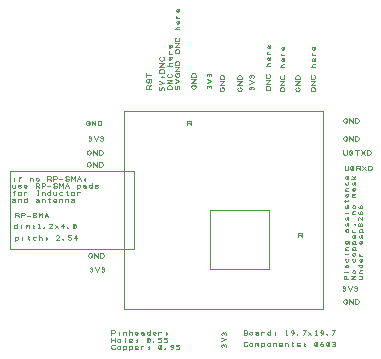
<source format=gbr>
%FSLAX23Y23*%
%MOMM*%
G04 EasyPC Gerber Version 16.0.6 Build 3249 *
%ADD116C,0.05000*%
%ADD10C,0.10000*%
X0Y0D02*
D02*
D10*
X50Y8595D02*
Y15195D01*
X10580*
Y8595*
X50*
X9700Y3475D02*
Y20275D01*
X26545*
Y3475*
X9700*
X17000Y6875D02*
X22000D01*
Y11875*
X17000*
Y6875*
D02*
D116*
X375Y14369D02*
Y14619D01*
Y14713D02*
X875Y14369*
Y14681D01*
X906Y14713*
X938*
X969Y14681*
X813Y14588D02*
X938D01*
X1750Y14369D02*
Y14619D01*
Y14525D02*
X1781Y14588D01*
X1844Y14619*
X1906*
X1969Y14588*
X2000Y14525*
Y14369*
X2250Y14463D02*
X2281Y14400D01*
X2344Y14369*
X2406*
X2469Y14400*
X2500Y14463*
Y14525*
X2469Y14588*
X2406Y14619*
X2344*
X2281Y14588*
X2250Y14525*
Y14463*
X3250Y14369D02*
Y14744D01*
X3469*
X3531Y14713*
X3563Y14650*
X3531Y14588*
X3469Y14556*
X3250*
X3469D02*
X3563Y14369D01*
X3750D02*
Y14744D01*
X3969*
X4031Y14713*
X4063Y14650*
X4031Y14588*
X3969Y14556*
X3750*
X4250Y14494D02*
X4500D01*
X4750Y14463D02*
X4781Y14400D01*
X4844Y14369*
X4969*
X5031Y14400*
X5063Y14463*
X5031Y14525*
X4969Y14556*
X4844*
X4781Y14588*
X4750Y14650*
X4781Y14713*
X4844Y14744*
X4969*
X5031Y14713*
X5063Y14650*
X5250Y14369D02*
Y14744D01*
X5406Y14556*
X5563Y14744*
Y14369*
X5750D02*
X5906Y14744D01*
X6063Y14369*
X5813Y14525D02*
X6000D01*
X6406Y14369D02*
X6438Y14400D01*
X6406Y14431*
X6375Y14400*
X6406Y14369*
Y14525D02*
X6438Y14556D01*
X6406Y14588*
X6375Y14556*
X6406Y14525*
X250Y14019D02*
Y13863D01*
X281Y13800*
X344Y13769*
X406*
X469Y13800*
X500Y13863*
Y14019D02*
Y13769D01*
X750Y13800D02*
X813Y13769D01*
X938*
X1000Y13800*
Y13863*
X938Y13894*
X813*
X750Y13925*
Y13988*
X813Y14019*
X938*
X1000Y13988*
X1500Y13800D02*
X1469Y13769D01*
X1406*
X1344*
X1281Y13800*
X1250Y13863*
Y13956*
X1281Y13988*
X1344Y14019*
X1406*
X1469Y13988*
X1500Y13956*
Y13925*
X1469Y13894*
X1406Y13863*
X1344*
X1281Y13894*
X1250Y13925*
X2250Y13769D02*
Y14144D01*
X2469*
X2531Y14113*
X2563Y14050*
X2531Y13988*
X2469Y13956*
X2250*
X2469D02*
X2563Y13769D01*
X2750D02*
Y14144D01*
X2969*
X3031Y14113*
X3063Y14050*
X3031Y13988*
X2969Y13956*
X2750*
X3250Y13894D02*
X3500D01*
X3750Y13863D02*
X3781Y13800D01*
X3844Y13769*
X3969*
X4031Y13800*
X4063Y13863*
X4031Y13925*
X3969Y13956*
X3844*
X3781Y13988*
X3750Y14050*
X3781Y14113*
X3844Y14144*
X3969*
X4031Y14113*
X4063Y14050*
X4250Y13769D02*
Y14144D01*
X4406Y13956*
X4563Y14144*
Y13769*
X4750D02*
X4906Y14144D01*
X5063Y13769*
X4813Y13925D02*
X5000D01*
X5750Y14019D02*
Y13675D01*
Y13863D02*
X5781Y13800D01*
X5844Y13769*
X5906*
X5969Y13800*
X6000Y13863*
Y13925*
X5969Y13988*
X5906Y14019*
X5844*
X5781Y13988*
X5750Y13925*
Y13863*
X6250Y13988D02*
X6313Y14019D01*
X6406*
X6469Y13988*
X6500Y13925*
Y13831*
X6469Y13800*
X6406Y13769*
X6344*
X6281Y13800*
X6250Y13831*
Y13863*
X6281Y13894*
X6344Y13925*
X6406*
X6469Y13894*
X6500Y13863*
Y13831D02*
Y13769D01*
X7000Y13925D02*
X6969Y13988D01*
X6906Y14019*
X6844*
X6781Y13988*
X6750Y13925*
Y13863*
X6781Y13800*
X6844Y13769*
X6906*
X6969Y13800*
X7000Y13863*
Y13769D02*
Y14144D01*
X7250Y13800D02*
X7313Y13769D01*
X7438*
X7500Y13800*
Y13863*
X7438Y13894*
X7313*
X7250Y13925*
Y13988*
X7313Y14019*
X7438*
X7500Y13988*
X375Y13169D02*
Y13481D01*
X406Y13513*
X438*
X469Y13481*
X313Y13388D02*
X438D01*
X750Y13263D02*
X781Y13200D01*
X844Y13169*
X906*
X969Y13200*
X1000Y13263*
Y13325*
X969Y13388*
X906Y13419*
X844*
X781Y13388*
X750Y13325*
Y13263*
X1250Y13169D02*
Y13419D01*
Y13325D02*
X1281Y13388D01*
X1344Y13419*
X1406*
X1469Y13388*
X2344Y13169D02*
X2469D01*
X2406D02*
Y13544D01*
X2344D02*
X2469D01*
X2750Y13169D02*
Y13419D01*
Y13325D02*
X2781Y13388D01*
X2844Y13419*
X2906*
X2969Y13388*
X3000Y13325*
Y13169*
X3500Y13325D02*
X3469Y13388D01*
X3406Y13419*
X3344*
X3281Y13388*
X3250Y13325*
Y13263*
X3281Y13200*
X3344Y13169*
X3406*
X3469Y13200*
X3500Y13263*
Y13169D02*
Y13544D01*
X3750Y13419D02*
Y13263D01*
X3781Y13200*
X3844Y13169*
X3906*
X3969Y13200*
X4000Y13263*
Y13419D02*
Y13169D01*
X4500Y13388D02*
X4438Y13419D01*
X4344*
X4281Y13388*
X4250Y13325*
Y13263*
X4281Y13200*
X4344Y13169*
X4438*
X4500Y13200*
X4813Y13419D02*
X4938D01*
X4875Y13481D02*
Y13200D01*
X4906Y13169*
X4938*
X4969Y13200*
X5250Y13263D02*
X5281Y13200D01*
X5344Y13169*
X5406*
X5469Y13200*
X5500Y13263*
Y13325*
X5469Y13388*
X5406Y13419*
X5344*
X5281Y13388*
X5250Y13325*
Y13263*
X5750Y13169D02*
Y13419D01*
Y13325D02*
X5781Y13388D01*
X5844Y13419*
X5906*
X5969Y13388*
X250Y12788D02*
X313Y12819D01*
X406*
X469Y12788*
X500Y12725*
Y12631*
X469Y12600*
X406Y12569*
X344*
X281Y12600*
X250Y12631*
Y12663*
X281Y12694*
X344Y12725*
X406*
X469Y12694*
X500Y12663*
Y12631D02*
Y12569D01*
X750D02*
Y12819D01*
Y12725D02*
X781Y12788D01*
X844Y12819*
X906*
X969Y12788*
X1000Y12725*
Y12569*
X1500Y12725D02*
X1469Y12788D01*
X1406Y12819*
X1344*
X1281Y12788*
X1250Y12725*
Y12663*
X1281Y12600*
X1344Y12569*
X1406*
X1469Y12600*
X1500Y12663*
Y12569D02*
Y12944D01*
X2250Y12788D02*
X2313Y12819D01*
X2406*
X2469Y12788*
X2500Y12725*
Y12631*
X2469Y12600*
X2406Y12569*
X2344*
X2281Y12600*
X2250Y12631*
Y12663*
X2281Y12694*
X2344Y12725*
X2406*
X2469Y12694*
X2500Y12663*
Y12631D02*
Y12569D01*
X2750D02*
Y12819D01*
Y12725D02*
X2781Y12788D01*
X2844Y12819*
X2906*
X2969Y12788*
X3000Y12725*
Y12569*
X3313Y12819D02*
X3438D01*
X3375Y12881D02*
Y12600D01*
X3406Y12569*
X3438*
X3469Y12600*
X4000D02*
X3969Y12569D01*
X3906*
X3844*
X3781Y12600*
X3750Y12663*
Y12756*
X3781Y12788*
X3844Y12819*
X3906*
X3969Y12788*
X4000Y12756*
Y12725*
X3969Y12694*
X3906Y12663*
X3844*
X3781Y12694*
X3750Y12725*
X4250Y12569D02*
Y12819D01*
Y12725D02*
X4281Y12788D01*
X4344Y12819*
X4406*
X4469Y12788*
X4500Y12725*
Y12569*
X4750D02*
Y12819D01*
Y12725D02*
X4781Y12788D01*
X4844Y12819*
X4906*
X4969Y12788*
X5000Y12725*
Y12569*
X5250Y12788D02*
X5313Y12819D01*
X5406*
X5469Y12788*
X5500Y12725*
Y12631*
X5469Y12600*
X5406Y12569*
X5344*
X5281Y12600*
X5250Y12631*
Y12663*
X5281Y12694*
X5344Y12725*
X5406*
X5469Y12694*
X5500Y12663*
Y12631D02*
Y12569D01*
X650Y10525D02*
X619Y10588D01*
X556Y10619*
X494*
X431Y10588*
X400Y10525*
Y10463*
X431Y10400*
X494Y10369*
X556*
X619Y10400*
X650Y10463*
Y10369D02*
Y10744D01*
X1025Y10369D02*
Y10619D01*
Y10713D02*
X1400Y10369*
Y10619D01*
Y10588D02*
X1431Y10619D01*
X1494*
X1525Y10588*
Y10494*
Y10588D02*
X1556Y10619D01*
X1619*
X1650Y10588*
Y10369*
X2056D02*
X2088Y10400D01*
X2056Y10431*
X2025Y10400*
X2056Y10369*
Y10525D02*
X2088Y10556D01*
X2056Y10588*
X2025Y10556*
X2056Y10525*
X2463Y10369D02*
X2588D01*
X2525D02*
Y10744D01*
X2463Y10681*
X2931Y10369D02*
X2963Y10400D01*
X2931Y10431*
X2900Y10400*
X2931Y10369*
X3650D02*
X3400D01*
X3619Y10588*
X3650Y10650*
X3619Y10713*
X3556Y10744*
X3463*
X3400Y10713*
X3900Y10369D02*
X4150Y10619D01*
Y10369D02*
X3900Y10619D01*
X4556Y10369D02*
Y10744D01*
X4400Y10494*
X4650*
X4931Y10369D02*
X4963Y10400D01*
X4931Y10431*
X4900Y10400*
X4931Y10369*
X5431Y10400D02*
X5494Y10369D01*
X5556*
X5619Y10400*
X5650Y10463*
Y10650*
X5619Y10713*
X5556Y10744*
X5494*
X5431Y10713*
X5400Y10650*
Y10463*
X5431Y10400*
X5619Y10713*
X500Y9619D02*
Y9275D01*
Y9463D02*
X531Y9400D01*
X594Y9369*
X656*
X719Y9400*
X750Y9463*
Y9525*
X719Y9588*
X656Y9619*
X594*
X531Y9588*
X500Y9525*
Y9463*
X1125Y9369D02*
Y9619D01*
Y9713D02*
X1563Y9619*
X1688D01*
X1625Y9681D02*
Y9400D01*
X1656Y9369*
X1688*
X1719Y9400*
X2250Y9588D02*
X2188Y9619D01*
X2094*
X2031Y9588*
X2000Y9525*
Y9463*
X2031Y9400*
X2094Y9369*
X2188*
X2250Y9400*
X2500Y9369D02*
Y9744D01*
Y9525D02*
X2531Y9588D01*
X2594Y9619*
X2656*
X2719Y9588*
X2750Y9525*
Y9369*
X3156D02*
X3188Y9400D01*
X3156Y9431*
X3125Y9400*
X3156Y9369*
Y9525D02*
X3188Y9556D01*
X3156Y9588*
X3125Y9556*
X3156Y9525*
X4250Y9369D02*
X4000D01*
X4219Y9588*
X4250Y9650*
X4219Y9713*
X4156Y9744*
X4063*
X4000Y9713*
X4531Y9369D02*
X4563Y9400D01*
X4531Y9431*
X4500Y9400*
X4531Y9369*
X5000Y9400D02*
X5063Y9369D01*
X5156*
X5219Y9400*
X5250Y9463*
Y9494*
X5219Y9556*
X5156Y9588*
X5000*
Y9744*
X5250*
X5656Y9369D02*
Y9744D01*
X5500Y9494*
X5750*
X500Y11269D02*
Y11644D01*
X719*
X781Y11613*
X813Y11550*
X781Y11488*
X719Y11456*
X500*
X719D02*
X813Y11269D01*
X1000D02*
Y11644D01*
X1219*
X1281Y11613*
X1313Y11550*
X1281Y11488*
X1219Y11456*
X1000*
X1500Y11394D02*
X1750D01*
X2000Y11363D02*
X2031Y11300D01*
X2094Y11269*
X2219*
X2281Y11300*
X2313Y11363*
X2281Y11425*
X2219Y11456*
X2094*
X2031Y11488*
X2000Y11550*
X2031Y11613*
X2094Y11644*
X2219*
X2281Y11613*
X2313Y11550*
X2500Y11269D02*
Y11644D01*
X2656Y11456*
X2813Y11644*
Y11269*
X3000D02*
X3156Y11644D01*
X3313Y11269*
X3063Y11425D02*
X3250D01*
X6719Y19225D02*
X6813D01*
Y19194*
X6781Y19131*
X6750Y19100*
X6688Y19069*
X6625*
X6563Y19100*
X6531Y19131*
X6500Y19194*
Y19319*
X6531Y19381*
X6563Y19413*
X6625Y19444*
X6688*
X6750Y19413*
X6781Y19381*
X6813Y19319*
X7000Y19069D02*
Y19444D01*
X7313Y19069*
Y19444*
X7500Y19069D02*
Y19444D01*
X7688*
X7750Y19413*
X7781Y19381*
X7813Y19319*
Y19194*
X7781Y19131*
X7750Y19100*
X7688Y19069*
X7500*
X6819Y15725D02*
X6913D01*
Y15694*
X6881Y15631*
X6850Y15600*
X6788Y15569*
X6725*
X6663Y15600*
X6631Y15631*
X6600Y15694*
Y15819*
X6631Y15881*
X6663Y15913*
X6725Y15944*
X6788*
X6850Y15913*
X6881Y15881*
X6913Y15819*
X7100Y15569D02*
Y15944D01*
X7413Y15569*
Y15944*
X7600Y15569D02*
Y15944D01*
X7788*
X7850Y15913*
X7881Y15881*
X7913Y15819*
Y15694*
X7881Y15631*
X7850Y15600*
X7788Y15569*
X7600*
X6819Y16725D02*
X6913D01*
Y16694*
X6881Y16631*
X6850Y16600*
X6788Y16569*
X6725*
X6663Y16600*
X6631Y16631*
X6600Y16694*
Y16819*
X6631Y16881*
X6663Y16913*
X6725Y16944*
X6788*
X6850Y16913*
X6881Y16881*
X6913Y16819*
X7100Y16569D02*
Y16944D01*
X7413Y16569*
Y16944*
X7600Y16569D02*
Y16944D01*
X7788*
X7850Y16913*
X7881Y16881*
X7913Y16819*
Y16694*
X7881Y16631*
X7850Y16600*
X7788Y16569*
X7600*
X6919Y8025D02*
X7013D01*
Y7994*
X6981Y7931*
X6950Y7900*
X6888Y7869*
X6825*
X6763Y7900*
X6731Y7931*
X6700Y7994*
Y8119*
X6731Y8181*
X6763Y8213*
X6825Y8244*
X6888*
X6950Y8213*
X6981Y8181*
X7013Y8119*
X7200Y7869D02*
Y8244D01*
X7513Y7869*
Y8244*
X7700Y7869D02*
Y8244D01*
X7888*
X7950Y8213*
X7981Y8181*
X8013Y8119*
Y7994*
X7981Y7931*
X7950Y7900*
X7888Y7869*
X7700*
X6731Y17800D02*
X6794Y17769D01*
X6856*
X6919Y17800*
X6950Y17863*
X6919Y17925*
X6856Y17956*
X6794*
X6856D02*
X6919Y17988D01*
X6950Y18050*
X6919Y18113*
X6856Y18144*
X6794*
X6731Y18113*
X7200Y18144D02*
X7356Y17769D01*
X7513Y18144*
X7731Y17800D02*
X7794Y17769D01*
X7856*
X7919Y17800*
X7950Y17863*
X7919Y17925*
X7856Y17956*
X7794*
X7856D02*
X7919Y17988D01*
X7950Y18050*
X7919Y18113*
X7856Y18144*
X7794*
X7731Y18113*
X6831Y6700D02*
X6894Y6669D01*
X6956*
X7019Y6700*
X7050Y6763*
X7019Y6825*
X6956Y6856*
X6894*
X6956D02*
X7019Y6888D01*
X7050Y6950*
X7019Y7013*
X6956Y7044*
X6894*
X6831Y7013*
X7300Y7044D02*
X7456Y6669D01*
X7613Y7044*
X7831Y6700D02*
X7894Y6669D01*
X7956*
X8019Y6700*
X8050Y6763*
X8019Y6825*
X7956Y6856*
X7894*
X7956D02*
X8019Y6888D01*
X8050Y6950*
X8019Y7013*
X7956Y7044*
X7894*
X7831Y7013*
X8650Y1319D02*
Y1694D01*
X8869*
X8931Y1663*
X8963Y1600*
X8931Y1538*
X8869Y1506*
X8650*
X9275Y1319D02*
Y1569D01*
Y1663D02*
X9650Y1319*
Y1569D01*
Y1475D02*
X9681Y1538D01*
X9744Y1569*
X9806*
X9869Y1538*
X9900Y1475*
Y1319*
X10150D02*
Y1694D01*
Y1475D02*
X10181Y1538D01*
X10244Y1569*
X10306*
X10369Y1538*
X10400Y1475*
Y1319*
X10900Y1350D02*
X10869Y1319D01*
X10806*
X10744*
X10681Y1350*
X10650Y1413*
Y1506*
X10681Y1538*
X10744Y1569*
X10806*
X10869Y1538*
X10900Y1506*
Y1475*
X10869Y1444*
X10806Y1413*
X10744*
X10681Y1444*
X10650Y1475*
X11150Y1538D02*
X11213Y1569D01*
X11306*
X11369Y1538*
X11400Y1475*
Y1381*
X11369Y1350*
X11306Y1319*
X11244*
X11181Y1350*
X11150Y1381*
Y1413*
X11181Y1444*
X11244Y1475*
X11306*
X11369Y1444*
X11400Y1413*
Y1381D02*
Y1319D01*
X11900Y1475D02*
X11869Y1538D01*
X11806Y1569*
X11744*
X11681Y1538*
X11650Y1475*
Y1413*
X11681Y1350*
X11744Y1319*
X11806*
X11869Y1350*
X11900Y1413*
Y1319D02*
Y1694D01*
X12400Y1350D02*
X12369Y1319D01*
X12306*
X12244*
X12181Y1350*
X12150Y1413*
Y1506*
X12181Y1538*
X12244Y1569*
X12306*
X12369Y1538*
X12400Y1506*
Y1475*
X12369Y1444*
X12306Y1413*
X12244*
X12181Y1444*
X12150Y1475*
X12650Y1319D02*
Y1569D01*
Y1475D02*
X12681Y1538D01*
X12744Y1569*
X12806*
X12869Y1538*
X13306Y1319D02*
X13338Y1350D01*
X13306Y1381*
X13275Y1350*
X13306Y1319*
Y1475D02*
X13338Y1506D01*
X13306Y1538*
X13275Y1506*
X13306Y1475*
X8650Y719D02*
Y1094D01*
Y906D02*
X8963D01*
Y719D02*
Y1094D01*
X9150Y813D02*
X9181Y750D01*
X9244Y719*
X9306*
X9369Y750*
X9400Y813*
Y875*
X9369Y938*
X9306Y969*
X9244*
X9181Y938*
X9150Y875*
Y813*
X9806Y719D02*
X9775D01*
Y1094*
X10400Y750D02*
X10369Y719D01*
X10306*
X10244*
X10181Y750*
X10150Y813*
Y906*
X10181Y938*
X10244Y969*
X10306*
X10369Y938*
X10400Y906*
Y875*
X10369Y844*
X10306Y813*
X10244*
X10181Y844*
X10150Y875*
X10806Y719D02*
X10838Y750D01*
X10806Y781*
X10775Y750*
X10806Y719*
Y875D02*
X10838Y906D01*
X10806Y938*
X10775Y906*
X10806Y875*
X11681Y750D02*
X11744Y719D01*
X11806*
X11869Y750*
X11900Y813*
Y1000*
X11869Y1063*
X11806Y1094*
X11744*
X11681Y1063*
X11650Y1000*
Y813*
X11681Y750*
X11869Y1063*
X12181Y719D02*
X12213Y750D01*
X12181Y781*
X12150Y750*
X12181Y719*
X12650Y750D02*
X12713Y719D01*
X12806*
X12869Y750*
X12900Y813*
Y844*
X12869Y906*
X12806Y938*
X12650*
Y1094*
X12900*
X13150Y750D02*
X13213Y719D01*
X13306*
X13369Y750*
X13400Y813*
Y844*
X13369Y906*
X13306Y938*
X13150*
Y1094*
X13400*
X8963Y181D02*
X8931Y150D01*
X8869Y119*
X8775*
X8713Y150*
X8681Y181*
X8650Y244*
Y369*
X8681Y431*
X8713Y463*
X8775Y494*
X8869*
X8931Y463*
X8963Y431*
X9150Y213D02*
X9181Y150D01*
X9244Y119*
X9306*
X9369Y150*
X9400Y213*
Y275*
X9369Y338*
X9306Y369*
X9244*
X9181Y338*
X9150Y275*
Y213*
X9650Y369D02*
Y25D01*
Y213D02*
X9681Y150D01*
X9744Y119*
X9806*
X9869Y150*
X9900Y213*
Y275*
X9869Y338*
X9806Y369*
X9744*
X9681Y338*
X9650Y275*
Y213*
X10150Y369D02*
Y25D01*
Y213D02*
X10181Y150D01*
X10244Y119*
X10306*
X10369Y150*
X10400Y213*
Y275*
X10369Y338*
X10306Y369*
X10244*
X10181Y338*
X10150Y275*
Y213*
X10900Y150D02*
X10869Y119D01*
X10806*
X10744*
X10681Y150*
X10650Y213*
Y306*
X10681Y338*
X10744Y369*
X10806*
X10869Y338*
X10900Y306*
Y275*
X10869Y244*
X10806Y213*
X10744*
X10681Y244*
X10650Y275*
X11150Y119D02*
Y369D01*
Y275D02*
X11181Y338D01*
X11244Y369*
X11306*
X11369Y338*
X11806Y119D02*
X11838Y150D01*
X11806Y181*
X11775Y150*
X11806Y119*
Y275D02*
X11838Y306D01*
X11806Y338*
X11775Y306*
X11806Y275*
X12681Y150D02*
X12744Y119D01*
X12806*
X12869Y150*
X12900Y213*
Y400*
X12869Y463*
X12806Y494*
X12744*
X12681Y463*
X12650Y400*
Y213*
X12681Y150*
X12869Y463*
X13181Y119D02*
X13213Y150D01*
X13181Y181*
X13150Y150*
X13181Y119*
X13744D02*
X13806Y150D01*
X13869Y213*
X13900Y306*
Y400*
X13869Y463*
X13806Y494*
X13744*
X13681Y463*
X13650Y400*
X13681Y338*
X13744Y306*
X13806*
X13869Y338*
X13900Y400*
X14150Y150D02*
X14213Y119D01*
X14306*
X14369Y150*
X14400Y213*
Y244*
X14369Y306*
X14306Y338*
X14150*
Y494*
X14400*
X12006Y22175D02*
X11631D01*
Y22394*
X11663Y22456*
X11725Y22488*
X11788Y22456*
X11819Y22394*
Y22175*
Y22394D02*
X12006Y22488D01*
X11913Y22675D02*
X11975Y22706D01*
X12006Y22769*
Y22894*
X11975Y22956*
X11913Y22988*
X11850Y22956*
X11819Y22894*
Y22769*
X11788Y22706*
X11725Y22675*
X11663Y22706*
X11631Y22769*
Y22894*
X11663Y22956*
X11725Y22988*
X12006Y23331D02*
X11631D01*
Y23175D02*
Y23488D01*
X13075Y22025D02*
X13106Y22088D01*
Y22181*
X13075Y22244*
X13013Y22275*
X12981*
X12919Y22244*
X12888Y22181*
Y22025*
X12731*
Y22275*
Y22525D02*
X13106Y22681D01*
X12731Y22838*
X13106Y23150D02*
X13075Y23181D01*
X13044*
X12950D02*
X12919Y23213D01*
X12888Y23181*
X12919Y23150*
X12950Y23181*
X13106Y23525D02*
X12731D01*
Y23713*
X12763Y23775*
X12794Y23806*
X12856Y23838*
X12981*
X13044Y23806*
X13075Y23775*
X13106Y23713*
Y23525*
Y24025D02*
X12731D01*
X13106Y24338*
X12731*
X13044Y24838D02*
X13075Y24806D01*
X13106Y24744*
Y24650*
X13075Y24588*
X13044Y24556*
X12981Y24525*
X12856*
X12794Y24556*
X12763Y24588*
X12731Y24650*
Y24744*
X12763Y24806*
X12794Y24838*
X13756Y22125D02*
X13381D01*
Y22313*
X13413Y22375*
X13444Y22406*
X13506Y22438*
X13631*
X13694Y22406*
X13725Y22375*
X13756Y22313*
Y22125*
Y22625D02*
X13381D01*
X13756Y22938*
X13381*
X13694Y23438D02*
X13725Y23406D01*
X13756Y23344*
Y23250*
X13725Y23188*
X13694Y23156*
X13631Y23125*
X13506*
X13444Y23156*
X13413Y23188*
X13381Y23250*
Y23344*
X13413Y23406*
X13444Y23438*
X13756Y24125D02*
X13381D01*
X13600D02*
X13538Y24156D01*
X13506Y24219*
Y24281*
X13538Y24344*
X13600Y24375*
X13756*
X13725Y24875D02*
X13756Y24844D01*
Y24781*
Y24719*
X13725Y24656*
X13663Y24625*
X13569*
X13538Y24656*
X13506Y24719*
Y24781*
X13538Y24844*
X13569Y24875*
X13600*
X13631Y24844*
X13663Y24781*
Y24719*
X13631Y24656*
X13600Y24625*
X13756Y25125D02*
X13506D01*
X13600D02*
X13538Y25156D01*
X13506Y25219*
Y25281*
X13538Y25344*
X13725Y25875D02*
X13756Y25844D01*
Y25781*
Y25719*
X13725Y25656*
X13663Y25625*
X13569*
X13538Y25656*
X13506Y25719*
Y25781*
X13538Y25844*
X13569Y25875*
X13600*
X13631Y25844*
X13663Y25781*
Y25719*
X13631Y25656*
X13600Y25625*
X14375Y22175D02*
X14406Y22238D01*
Y22331*
X14375Y22394*
X14313Y22425*
X14281*
X14219Y22394*
X14188Y22331*
Y22175*
X14031*
Y22425*
Y22675D02*
X14406Y22831D01*
X14031Y22988*
X14250Y23394D02*
Y23488D01*
X14281*
X14344Y23456*
X14375Y23425*
X14406Y23363*
Y23300*
X14375Y23238*
X14344Y23206*
X14281Y23175*
X14156*
X14094Y23206*
X14063Y23238*
X14031Y23300*
Y23363*
X14063Y23425*
X14094Y23456*
X14156Y23488*
X14406Y23675D02*
X14031D01*
X14406Y23988*
X14031*
X14406Y24175D02*
X14031D01*
Y24363*
X14063Y24425*
X14094Y24456*
X14156Y24488*
X14281*
X14344Y24456*
X14375Y24425*
X14406Y24363*
Y24175*
Y25175D02*
X14031D01*
Y25363*
X14063Y25425*
X14094Y25456*
X14156Y25488*
X14281*
X14344Y25456*
X14375Y25425*
X14406Y25363*
Y25175*
Y25675D02*
X14031D01*
X14406Y25988*
X14031*
X14344Y26488D02*
X14375Y26456D01*
X14406Y26394*
Y26300*
X14375Y26238*
X14344Y26206*
X14281Y26175*
X14156*
X14094Y26206*
X14063Y26238*
X14031Y26300*
Y26394*
X14063Y26456*
X14094Y26488*
X14406Y27175D02*
X14031D01*
X14250D02*
X14188Y27206D01*
X14156Y27269*
Y27331*
X14188Y27394*
X14250Y27425*
X14406*
X14375Y27925D02*
X14406Y27894D01*
Y27831*
Y27769*
X14375Y27706*
X14313Y27675*
X14219*
X14188Y27706*
X14156Y27769*
Y27831*
X14188Y27894*
X14219Y27925*
X14250*
X14281Y27894*
X14313Y27831*
Y27769*
X14281Y27706*
X14250Y27675*
X14406Y28175D02*
X14156D01*
X14250D02*
X14188Y28206D01*
X14156Y28269*
Y28331*
X14188Y28394*
X14375Y28925D02*
X14406Y28894D01*
Y28831*
Y28769*
X14375Y28706*
X14313Y28675*
X14219*
X14188Y28706*
X14156Y28769*
Y28831*
X14188Y28894*
X14219Y28925*
X14250*
X14281Y28894*
X14313Y28831*
Y28769*
X14281Y28706*
X14250Y28675*
X15100Y19069D02*
Y19444D01*
X15319*
X15381Y19413*
X15413Y19350*
X15381Y19288*
X15319Y19256*
X15100*
X15319D02*
X15413Y19069D01*
X15650Y22394D02*
Y22488D01*
X15681*
X15744Y22456*
X15775Y22425*
X15806Y22363*
Y22300*
X15775Y22238*
X15744Y22206*
X15681Y22175*
X15556*
X15494Y22206*
X15463Y22238*
X15431Y22300*
Y22363*
X15463Y22425*
X15494Y22456*
X15556Y22488*
X15806Y22675D02*
X15431D01*
X15806Y22988*
X15431*
X15806Y23175D02*
X15431D01*
Y23363*
X15463Y23425*
X15494Y23456*
X15556Y23488*
X15681*
X15744Y23456*
X15775Y23425*
X15806Y23363*
Y23175*
X17075Y22206D02*
X17106Y22269D01*
Y22331*
X17075Y22394*
X17013Y22425*
X16950Y22394*
X16919Y22331*
Y22269*
Y22331D02*
X16888Y22394D01*
X16825Y22425*
X16763Y22394*
X16731Y22331*
Y22269*
X16763Y22206*
X16731Y22675D02*
X17106Y22831D01*
X16731Y22988*
X17075Y23206D02*
X17106Y23269D01*
Y23331*
X17075Y23394*
X17013Y23425*
X16950Y23394*
X16919Y23331*
Y23269*
Y23331D02*
X16888Y23394D01*
X16825Y23425*
X16763Y23394*
X16731Y23331*
Y23269*
X16763Y23206*
X18050Y22194D02*
Y22288D01*
X18081*
X18144Y22256*
X18175Y22225*
X18206Y22163*
Y22100*
X18175Y22038*
X18144Y22006*
X18081Y21975*
X17956*
X17894Y22006*
X17863Y22038*
X17831Y22100*
Y22163*
X17863Y22225*
X17894Y22256*
X17956Y22288*
X18206Y22475D02*
X17831D01*
X18206Y22788*
X17831*
X18206Y22975D02*
X17831D01*
Y23163*
X17863Y23225*
X17894Y23256*
X17956Y23288*
X18081*
X18144Y23256*
X18175Y23225*
X18206Y23163*
Y22975*
X18325Y306D02*
X18356Y369D01*
Y431*
X18325Y494*
X18263Y525*
X18200Y494*
X18169Y431*
Y369*
Y431D02*
X18138Y494D01*
X18075Y525*
X18013Y494*
X17981Y431*
Y369*
X18013Y306*
X17981Y775D02*
X18356Y931D01*
X17981Y1088*
X18325Y1306D02*
X18356Y1369D01*
Y1431*
X18325Y1494*
X18263Y1525*
X18200Y1494*
X18169Y1431*
Y1369*
Y1431D02*
X18138Y1494D01*
X18075Y1525*
X18013Y1494*
X17981Y1431*
Y1369*
X18013Y1306*
X19550Y22194D02*
Y22288D01*
X19581*
X19644Y22256*
X19675Y22225*
X19706Y22163*
Y22100*
X19675Y22038*
X19644Y22006*
X19581Y21975*
X19456*
X19394Y22006*
X19363Y22038*
X19331Y22100*
Y22163*
X19363Y22225*
X19394Y22256*
X19456Y22288*
X19706Y22475D02*
X19331D01*
X19706Y22788*
X19331*
X19706Y22975D02*
X19331D01*
Y23163*
X19363Y23225*
X19394Y23256*
X19456Y23288*
X19581*
X19644Y23256*
X19675Y23225*
X19706Y23163*
Y22975*
X20163Y431D02*
X20131Y400D01*
X20069Y369*
X19975*
X19913Y400*
X19881Y431*
X19850Y494*
Y619*
X19881Y681*
X19913Y713*
X19975Y744*
X20069*
X20131Y713*
X20163Y681*
X20350Y463D02*
X20381Y400D01*
X20444Y369*
X20506*
X20569Y400*
X20600Y463*
Y525*
X20569Y588*
X20506Y619*
X20444*
X20381Y588*
X20350Y525*
Y463*
X20850Y369D02*
Y619D01*
Y588D02*
X20881Y619D01*
X20944*
X20975Y588*
Y494*
Y588D02*
X21006Y619D01*
X21069*
X21100Y588*
Y369*
X21350Y619D02*
Y275D01*
Y463D02*
X21381Y400D01*
X21444Y369*
X21506*
X21569Y400*
X21600Y463*
Y525*
X21569Y588*
X21506Y619*
X21444*
X21381Y588*
X21350Y525*
Y463*
X21850D02*
X21881Y400D01*
X21944Y369*
X22006*
X22069Y400*
X22100Y463*
Y525*
X22069Y588*
X22006Y619*
X21944*
X21881Y588*
X21850Y525*
Y463*
X22350Y369D02*
Y619D01*
Y525D02*
X22381Y588D01*
X22444Y619*
X22506*
X22569Y588*
X22600Y525*
Y369*
X23100Y400D02*
X23069Y369D01*
X23006*
X22944*
X22881Y400*
X22850Y463*
Y556*
X22881Y588*
X22944Y619*
X23006*
X23069Y588*
X23100Y556*
Y525*
X23069Y494*
X23006Y463*
X22944*
X22881Y494*
X22850Y525*
X23350Y369D02*
Y619D01*
Y525D02*
X23381Y588D01*
X23444Y619*
X23506*
X23569Y588*
X23600Y525*
Y369*
X23913Y619D02*
X24038D01*
X23975Y681D02*
Y400D01*
X24006Y369*
X24038*
X24069Y400*
X24350D02*
X24413Y369D01*
X24538*
X24600Y400*
Y463*
X24538Y494*
X24413*
X24350Y525*
Y588*
X24413Y619*
X24538*
X24600Y588*
X25006Y369D02*
X25038Y400D01*
X25006Y431*
X24975Y400*
X25006Y369*
Y525D02*
X25038Y556D01*
X25006Y588*
X24975Y556*
X25006Y525*
X25881Y400D02*
X25944Y369D01*
X26006*
X26069Y400*
X26100Y463*
Y650*
X26069Y713*
X26006Y744*
X25944*
X25881Y713*
X25850Y650*
Y463*
X25881Y400*
X26069Y713*
X26350Y463D02*
X26381Y525D01*
X26444Y556*
X26506*
X26569Y525*
X26600Y463*
X26569Y400*
X26506Y369*
X26444*
X26381Y400*
X26350Y463*
Y556*
X26381Y650*
X26444Y713*
X26506Y744*
X26881Y400D02*
X26944Y369D01*
X27006*
X27069Y400*
X27100Y463*
Y650*
X27069Y713*
X27006Y744*
X26944*
X26881Y713*
X26850Y650*
Y463*
X26881Y400*
X27069Y713*
X27381Y400D02*
X27444Y369D01*
X27506*
X27569Y400*
X27600Y463*
X27569Y525*
X27506Y556*
X27444*
X27506D02*
X27569Y588D01*
X27600Y650*
X27569Y713*
X27506Y744*
X27444*
X27381Y713*
X20069Y1506D02*
X20131Y1475D01*
X20163Y1413*
X20131Y1350*
X20069Y1319*
X19850*
Y1694*
X20069*
X20131Y1663*
X20163Y1600*
X20131Y1538*
X20069Y1506*
X19850*
X20350Y1413D02*
X20381Y1350D01*
X20444Y1319*
X20506*
X20569Y1350*
X20600Y1413*
Y1475*
X20569Y1538*
X20506Y1569*
X20444*
X20381Y1538*
X20350Y1475*
Y1413*
X20850Y1538D02*
X20913Y1569D01*
X21006*
X21069Y1538*
X21100Y1475*
Y1381*
X21069Y1350*
X21006Y1319*
X20944*
X20881Y1350*
X20850Y1381*
Y1413*
X20881Y1444*
X20944Y1475*
X21006*
X21069Y1444*
X21100Y1413*
Y1381D02*
Y1319D01*
X21350D02*
Y1569D01*
Y1475D02*
X21381Y1538D01*
X21444Y1569*
X21506*
X21569Y1538*
X22100Y1475D02*
X22069Y1538D01*
X22006Y1569*
X21944*
X21881Y1538*
X21850Y1475*
Y1413*
X21881Y1350*
X21944Y1319*
X22006*
X22069Y1350*
X22100Y1413*
Y1319D02*
Y1694D01*
X22506Y1319D02*
X22538Y1350D01*
X22506Y1381*
X22475Y1350*
X22506Y1319*
Y1475D02*
X22538Y1506D01*
X22506Y1538*
X22475Y1506*
X22506Y1475*
X23413Y1319D02*
X23538D01*
X23475D02*
Y1694D01*
X23413Y1631*
X23944Y1319D02*
X24006Y1350D01*
X24069Y1413*
X24100Y1506*
Y1600*
X24069Y1663*
X24006Y1694*
X23944*
X23881Y1663*
X23850Y1600*
X23881Y1538*
X23944Y1506*
X24006*
X24069Y1538*
X24100Y1600*
X24381Y1319D02*
X24413Y1350D01*
X24381Y1381*
X24350Y1350*
X24381Y1319*
X24850D02*
X25100Y1694D01*
X24850*
X25350Y1319D02*
X25600Y1569D01*
Y1319D02*
X25350Y1569D01*
X25913Y1319D02*
X26038D01*
X25975D02*
Y1694D01*
X25913Y1631*
X26444Y1319D02*
X26506Y1350D01*
X26569Y1413*
X26600Y1506*
Y1600*
X26569Y1663*
X26506Y1694*
X26444*
X26381Y1663*
X26350Y1600*
X26381Y1538*
X26444Y1506*
X26506*
X26569Y1538*
X26600Y1600*
X26881Y1319D02*
X26913Y1350D01*
X26881Y1381*
X26850Y1350*
X26881Y1319*
X27350D02*
X27600Y1694D01*
X27350*
X20675Y22106D02*
X20706Y22169D01*
Y22231*
X20675Y22294*
X20613Y22325*
X20550Y22294*
X20519Y22231*
Y22169*
Y22231D02*
X20488Y22294D01*
X20425Y22325*
X20363Y22294*
X20331Y22231*
Y22169*
X20363Y22106*
X20331Y22575D02*
X20706Y22731D01*
X20331Y22888*
X20675Y23106D02*
X20706Y23169D01*
Y23231*
X20675Y23294*
X20613Y23325*
X20550Y23294*
X20519Y23231*
Y23169*
Y23231D02*
X20488Y23294D01*
X20425Y23325*
X20363Y23294*
X20331Y23231*
Y23169*
X20363Y23106*
X22106Y22075D02*
X21731D01*
Y22263*
X21763Y22325*
X21794Y22356*
X21856Y22388*
X21981*
X22044Y22356*
X22075Y22325*
X22106Y22263*
Y22075*
Y22575D02*
X21731D01*
X22106Y22888*
X21731*
X22044Y23388D02*
X22075Y23356D01*
X22106Y23294*
Y23200*
X22075Y23138*
X22044Y23106*
X21981Y23075*
X21856*
X21794Y23106*
X21763Y23138*
X21731Y23200*
Y23294*
X21763Y23356*
X21794Y23388*
X22106Y24075D02*
X21731D01*
X21950D02*
X21888Y24106D01*
X21856Y24169*
Y24231*
X21888Y24294*
X21950Y24325*
X22106*
X22075Y24825D02*
X22106Y24794D01*
Y24731*
Y24669*
X22075Y24606*
X22013Y24575*
X21919*
X21888Y24606*
X21856Y24669*
Y24731*
X21888Y24794*
X21919Y24825*
X21950*
X21981Y24794*
X22013Y24731*
Y24669*
X21981Y24606*
X21950Y24575*
X22106Y25075D02*
X21856D01*
X21950D02*
X21888Y25106D01*
X21856Y25169*
Y25231*
X21888Y25294*
X22075Y25825D02*
X22106Y25794D01*
Y25731*
Y25669*
X22075Y25606*
X22013Y25575*
X21919*
X21888Y25606*
X21856Y25669*
Y25731*
X21888Y25794*
X21919Y25825*
X21950*
X21981Y25794*
X22013Y25731*
Y25669*
X21981Y25606*
X21950Y25575*
X23306Y21975D02*
X22931D01*
Y22163*
X22963Y22225*
X22994Y22256*
X23056Y22288*
X23181*
X23244Y22256*
X23275Y22225*
X23306Y22163*
Y21975*
Y22475D02*
X22931D01*
X23306Y22788*
X22931*
X23244Y23288D02*
X23275Y23256D01*
X23306Y23194*
Y23100*
X23275Y23038*
X23244Y23006*
X23181Y22975*
X23056*
X22994Y23006*
X22963Y23038*
X22931Y23100*
Y23194*
X22963Y23256*
X22994Y23288*
X23306Y23975D02*
X22931D01*
X23150D02*
X23088Y24006D01*
X23056Y24069*
Y24131*
X23088Y24194*
X23150Y24225*
X23306*
X23275Y24725D02*
X23306Y24694D01*
Y24631*
Y24569*
X23275Y24506*
X23213Y24475*
X23119*
X23088Y24506*
X23056Y24569*
Y24631*
X23088Y24694*
X23119Y24725*
X23150*
X23181Y24694*
X23213Y24631*
Y24569*
X23181Y24506*
X23150Y24475*
X23306Y24975D02*
X23056D01*
X23150D02*
X23088Y25006D01*
X23056Y25069*
Y25131*
X23088Y25194*
X23275Y25725D02*
X23306Y25694D01*
Y25631*
Y25569*
X23275Y25506*
X23213Y25475*
X23119*
X23088Y25506*
X23056Y25569*
Y25631*
X23088Y25694*
X23119Y25725*
X23150*
X23181Y25694*
X23213Y25631*
Y25569*
X23181Y25506*
X23150Y25475*
X24500Y9569D02*
Y9944D01*
X24719*
X24781Y9913*
X24813Y9850*
X24781Y9788*
X24719Y9756*
X24500*
X24719D02*
X24813Y9569D01*
X24450Y22194D02*
Y22288D01*
X24481*
X24544Y22256*
X24575Y22225*
X24606Y22163*
Y22100*
X24575Y22038*
X24544Y22006*
X24481Y21975*
X24356*
X24294Y22006*
X24263Y22038*
X24231Y22100*
Y22163*
X24263Y22225*
X24294Y22256*
X24356Y22288*
X24606Y22475D02*
X24231D01*
X24606Y22788*
X24231*
X24606Y22975D02*
X24231D01*
Y23163*
X24263Y23225*
X24294Y23256*
X24356Y23288*
X24481*
X24544Y23256*
X24575Y23225*
X24606Y23163*
Y22975*
X25906Y21975D02*
X25531D01*
Y22163*
X25563Y22225*
X25594Y22256*
X25656Y22288*
X25781*
X25844Y22256*
X25875Y22225*
X25906Y22163*
Y21975*
Y22475D02*
X25531D01*
X25906Y22788*
X25531*
X25844Y23288D02*
X25875Y23256D01*
X25906Y23194*
Y23100*
X25875Y23038*
X25844Y23006*
X25781Y22975*
X25656*
X25594Y23006*
X25563Y23038*
X25531Y23100*
Y23194*
X25563Y23256*
X25594Y23288*
X25906Y23975D02*
X25531D01*
X25750D02*
X25688Y24006D01*
X25656Y24069*
Y24131*
X25688Y24194*
X25750Y24225*
X25906*
X25875Y24725D02*
X25906Y24694D01*
Y24631*
Y24569*
X25875Y24506*
X25813Y24475*
X25719*
X25688Y24506*
X25656Y24569*
Y24631*
X25688Y24694*
X25719Y24725*
X25750*
X25781Y24694*
X25813Y24631*
Y24569*
X25781Y24506*
X25750Y24475*
X25906Y24975D02*
X25656D01*
X25750D02*
X25688Y25006D01*
X25656Y25069*
Y25131*
X25688Y25194*
X25875Y25725D02*
X25906Y25694D01*
Y25631*
Y25569*
X25875Y25506*
X25813Y25475*
X25719*
X25688Y25506*
X25656Y25569*
Y25631*
X25688Y25694*
X25719Y25725*
X25750*
X25781Y25694*
X25813Y25631*
Y25569*
X25781Y25506*
X25750Y25475*
X28231Y5100D02*
X28294Y5069D01*
X28356*
X28419Y5100*
X28450Y5163*
X28419Y5225*
X28356Y5256*
X28294*
X28356D02*
X28419Y5288D01*
X28450Y5350*
X28419Y5413*
X28356Y5444*
X28294*
X28231Y5413*
X28700Y5444D02*
X28856Y5069D01*
X29013Y5444*
X29231Y5100D02*
X29294Y5069D01*
X29356*
X29419Y5100*
X29450Y5163*
X29419Y5225*
X29356Y5256*
X29294*
X29356D02*
X29419Y5288D01*
X29450Y5350*
X29419Y5413*
X29356Y5444*
X29294*
X29231Y5413*
X28519Y4125D02*
X28613D01*
Y4094*
X28581Y4031*
X28550Y4000*
X28488Y3969*
X28425*
X28363Y4000*
X28331Y4031*
X28300Y4094*
Y4219*
X28331Y4281*
X28363Y4313*
X28425Y4344*
X28488*
X28550Y4313*
X28581Y4281*
X28613Y4219*
X28800Y3969D02*
Y4344D01*
X29113Y3969*
Y4344*
X29300Y3969D02*
Y4344D01*
X29488*
X29550Y4313*
X29581Y4281*
X29613Y4219*
Y4094*
X29581Y4031*
X29550Y4000*
X29488Y3969*
X29300*
X28300Y16944D02*
Y16663D01*
X28331Y16600*
X28394Y16569*
X28519*
X28581Y16600*
X28613Y16663*
Y16944*
X28831Y16600D02*
X28894Y16569D01*
X28956*
X29019Y16600*
X29050Y16663*
Y16850*
X29019Y16913*
X28956Y16944*
X28894*
X28831Y16913*
X28800Y16850*
Y16663*
X28831Y16600*
X29019Y16913*
X29456Y16569D02*
Y16944D01*
X29300D02*
X29613D01*
X29800Y16569D02*
X30113Y16944D01*
X29800D02*
X30113Y16569D01*
X30300D02*
Y16944D01*
X30488*
X30550Y16913*
X30581Y16881*
X30613Y16819*
Y16694*
X30581Y16631*
X30550Y16600*
X30488Y16569*
X30300*
X28519Y17925D02*
X28613D01*
Y17894*
X28581Y17831*
X28550Y17800*
X28488Y17769*
X28425*
X28363Y17800*
X28331Y17831*
X28300Y17894*
Y18019*
X28331Y18081*
X28363Y18113*
X28425Y18144*
X28488*
X28550Y18113*
X28581Y18081*
X28613Y18019*
X28800Y17769D02*
Y18144D01*
X29113Y17769*
Y18144*
X29300Y17769D02*
Y18144D01*
X29488*
X29550Y18113*
X29581Y18081*
X29613Y18019*
Y17894*
X29581Y17831*
X29550Y17800*
X29488Y17769*
X29300*
X28519Y19425D02*
X28613D01*
Y19394*
X28581Y19331*
X28550Y19300*
X28488Y19269*
X28425*
X28363Y19300*
X28331Y19331*
X28300Y19394*
Y19519*
X28331Y19581*
X28363Y19613*
X28425Y19644*
X28488*
X28550Y19613*
X28581Y19581*
X28613Y19519*
X28800Y19269D02*
Y19644D01*
X29113Y19269*
Y19644*
X29300Y19269D02*
Y19644D01*
X29488*
X29550Y19613*
X29581Y19581*
X29613Y19519*
Y19394*
X29581Y19331*
X29550Y19300*
X29488Y19269*
X29300*
X28400Y15644D02*
Y15363D01*
X28431Y15300*
X28494Y15269*
X28619*
X28681Y15300*
X28713Y15363*
Y15644*
X28931Y15300D02*
X28994Y15269D01*
X29056*
X29119Y15300*
X29150Y15363*
Y15550*
X29119Y15613*
X29056Y15644*
X28994*
X28931Y15613*
X28900Y15550*
Y15363*
X28931Y15300*
X29119Y15613*
X29400Y15269D02*
Y15644D01*
X29619*
X29681Y15613*
X29713Y15550*
X29681Y15488*
X29619Y15456*
X29400*
X29619D02*
X29713Y15269D01*
X29900D02*
X30213Y15644D01*
X29900D02*
X30213Y15269D01*
X30400D02*
Y15644D01*
X30588*
X30650Y15613*
X30681Y15581*
X30713Y15519*
Y15394*
X30681Y15331*
X30650Y15300*
X30588Y15269*
X30400*
X28706Y6025D02*
X28331D01*
Y6244*
X28363Y6306*
X28425Y6338*
X28488Y6306*
X28519Y6244*
Y6025*
X28706Y6681D02*
Y6650D01*
X28331*
X28488Y7025D02*
X28456Y7088D01*
Y7181*
X28488Y7244*
X28550Y7275*
X28644*
X28675Y7244*
X28706Y7181*
Y7119*
X28675Y7056*
X28644Y7025*
X28613*
X28581Y7056*
X28550Y7119*
Y7181*
X28581Y7244*
X28613Y7275*
X28644D02*
X28706D01*
X28488Y7775D02*
X28456Y7713D01*
Y7619*
X28488Y7556*
X28550Y7525*
X28613*
X28675Y7556*
X28706Y7619*
Y7713*
X28675Y7775*
X28706Y8150D02*
X28456D01*
X28363D02*
X28706Y8525*
X28456D01*
X28550D02*
X28488Y8556D01*
X28456Y8619*
Y8681*
X28488Y8744*
X28550Y8775*
X28706*
X28550Y9275D02*
X28488Y9244D01*
X28456Y9181*
Y9119*
X28488Y9056*
X28550Y9025*
X28581*
X28644Y9056*
X28675Y9119*
Y9181*
X28644Y9244*
X28581Y9275*
X28456D02*
X28706D01*
X28769Y9244*
X28800Y9181*
Y9088*
X28769Y9025*
X28488Y10025D02*
X28456Y10088D01*
Y10181*
X28488Y10244*
X28550Y10275*
X28644*
X28675Y10244*
X28706Y10181*
Y10119*
X28675Y10056*
X28644Y10025*
X28613*
X28581Y10056*
X28550Y10119*
Y10181*
X28581Y10244*
X28613Y10275*
X28644D02*
X28706D01*
X28675Y10525D02*
X28706Y10588D01*
Y10713*
X28675Y10775*
X28613*
X28581Y10713*
Y10588*
X28550Y10525*
X28488*
X28456Y10588*
Y10713*
X28488Y10775*
X28675Y11025D02*
X28706Y11088D01*
Y11213*
X28675Y11275*
X28613*
X28581Y11213*
Y11088*
X28550Y11025*
X28488*
X28456Y11088*
Y11213*
X28488Y11275*
X28706Y11650D02*
X28456D01*
X28363D02*
X28675Y12025*
X28706Y12088D01*
Y12213*
X28675Y12275*
X28613*
X28581Y12213*
Y12088*
X28550Y12025*
X28488*
X28456Y12088*
Y12213*
X28488Y12275*
X28456Y12588D02*
Y12713D01*
X28394Y12650D02*
X28675D01*
X28706Y12681*
Y12713*
X28675Y12744*
X28488Y13025D02*
X28456Y13088D01*
Y13181*
X28488Y13244*
X28550Y13275*
X28644*
X28675Y13244*
X28706Y13181*
Y13119*
X28675Y13056*
X28644Y13025*
X28613*
X28581Y13056*
X28550Y13119*
Y13181*
X28581Y13244*
X28613Y13275*
X28644D02*
X28706D01*
Y13525D02*
X28456D01*
X28550D02*
X28488Y13556D01*
X28456Y13619*
Y13681*
X28488Y13744*
X28550Y13775*
X28706*
X28488Y14275D02*
X28456Y14213D01*
Y14119*
X28488Y14056*
X28550Y14025*
X28613*
X28675Y14056*
X28706Y14119*
Y14213*
X28675Y14275*
Y14775D02*
X28706Y14744D01*
Y14681*
Y14619*
X28675Y14556*
X28613Y14525*
X28519*
X28488Y14556*
X28456Y14619*
Y14681*
X28488Y14744*
X28519Y14775*
X28550*
X28581Y14744*
X28613Y14681*
Y14619*
X28581Y14556*
X28550Y14525*
X29306Y6025D02*
X28931D01*
X29306Y6338*
X28931*
X29213Y6525D02*
X29275Y6556D01*
X29306Y6619*
Y6681*
X29275Y6744*
X29213Y6775*
X29150*
X29088Y6744*
X29056Y6681*
Y6619*
X29088Y6556*
X29150Y6525*
X29213*
X29088Y7775D02*
X29056Y7713D01*
Y7619*
X29088Y7556*
X29150Y7525*
X29213*
X29275Y7556*
X29306Y7619*
Y7713*
X29275Y7775*
X29213Y8025D02*
X29275Y8056D01*
X29306Y8119*
Y8181*
X29275Y8244*
X29213Y8275*
X29150*
X29088Y8244*
X29056Y8181*
Y8119*
X29088Y8056*
X29150Y8025*
X29213*
X29056Y8525D02*
X29400D01*
X29213D02*
X29275Y8556D01*
X29306Y8619*
Y8681*
X29275Y8744*
X29213Y8775*
X29150*
X29088Y8744*
X29056Y8681*
Y8619*
X29088Y8556*
X29150Y8525*
X29213*
X29056Y9025D02*
X29400D01*
X29213D02*
X29275Y9056D01*
X29306Y9119*
Y9181*
X29275Y9244*
X29213Y9275*
X29150*
X29088Y9244*
X29056Y9181*
Y9119*
X29088Y9056*
X29150Y9025*
X29213*
X29275Y9775D02*
X29306Y9744D01*
Y9681*
Y9619*
X29275Y9556*
X29213Y9525*
X29119*
X29088Y9556*
X29056Y9619*
Y9681*
X29088Y9744*
X29119Y9775*
X29150*
X29181Y9744*
X29213Y9681*
Y9619*
X29181Y9556*
X29150Y9525*
X29306Y10025D02*
X29056D01*
X29150D02*
X29088Y10056D01*
X29056Y10119*
Y10181*
X29088Y10244*
X29306Y10650D02*
X29275Y10681D01*
X29244*
X29306Y11525D02*
X29056D01*
X29150D02*
X29088Y11556D01*
X29056Y11619*
Y11681*
X29088Y11744*
X29150Y11775*
X29306*
X29213Y12025D02*
X29275Y12056D01*
X29306Y12119*
Y12181*
X29275Y12244*
X29213Y12275*
X29150*
X29088Y12244*
X29056Y12181*
Y12119*
X29088Y12056*
X29150Y12025*
X29213*
X29306Y13025D02*
X29056D01*
X29088D02*
X29056Y13056D01*
Y13119*
X29088Y13150*
X29181*
X29088D02*
X29056Y13181D01*
Y13244*
X29088Y13275*
X29306*
X29088Y13525D02*
X29056Y13588D01*
Y13681*
X29088Y13744*
X29150Y13775*
X29244*
X29275Y13744*
X29306Y13681*
Y13619*
X29275Y13556*
X29244Y13525*
X29213*
X29181Y13556*
X29150Y13619*
Y13681*
X29181Y13744*
X29213Y13775*
X29244D02*
X29306D01*
X29275Y14025D02*
X29306Y14088D01*
Y14213*
X29275Y14275*
X29213*
X29181Y14213*
Y14088*
X29150Y14025*
X29088*
X29056Y14088*
Y14213*
X29088Y14275*
X29306Y14525D02*
X28931D01*
X29181D02*
Y14619D01*
X29056Y14775*
X29181Y14619D02*
X29306Y14775D01*
X29656Y6025D02*
X29813D01*
X29875Y6056*
X29906Y6119*
Y6181*
X29875Y6244*
X29813Y6275*
X29656D02*
X29906D01*
Y6525D02*
X29656D01*
X29750D02*
X29688Y6556D01*
X29656Y6619*
Y6681*
X29688Y6744*
X29750Y6775*
X29906*
X29750Y7275D02*
X29688Y7244D01*
X29656Y7181*
Y7119*
X29688Y7056*
X29750Y7025*
X29813*
X29875Y7056*
X29906Y7119*
Y7181*
X29875Y7244*
X29813Y7275*
X29906D02*
X29531D01*
X29875Y7775D02*
X29906Y7744D01*
Y7681*
Y7619*
X29875Y7556*
X29813Y7525*
X29719*
X29688Y7556*
X29656Y7619*
Y7681*
X29688Y7744*
X29719Y7775*
X29750*
X29781Y7744*
X29813Y7681*
Y7619*
X29781Y7556*
X29750Y7525*
X29906Y8025D02*
X29656D01*
X29750D02*
X29688Y8056D01*
X29656Y8119*
Y8181*
X29688Y8244*
X29875Y9275D02*
X29906Y9244D01*
Y9181*
Y9119*
X29875Y9056*
X29813Y9025*
X29719*
X29688Y9056*
X29656Y9119*
Y9181*
X29688Y9244*
X29719Y9275*
X29750*
X29781Y9244*
X29813Y9181*
Y9119*
X29781Y9056*
X29750Y9025*
X29875Y9525D02*
X29906Y9588D01*
Y9713*
X29875Y9775*
X29813*
X29781Y9713*
Y9588*
X29750Y9525*
X29688*
X29656Y9588*
Y9713*
X29688Y9775*
X29656Y10025D02*
X30000D01*
X29813D02*
X29875Y10056D01*
X29906Y10119*
Y10181*
X29875Y10244*
X29813Y10275*
X29750*
X29688Y10244*
X29656Y10181*
Y10119*
X29688Y10056*
X29750Y10025*
X29813*
X29719Y10619D02*
Y10681D01*
X29688Y10744*
X29625Y10775*
X29563Y10744*
X29531Y10681*
Y10619*
X29563Y10556*
X29625Y10525*
X29688Y10556*
X29719Y10619*
X29750Y10556*
X29813Y10525*
X29875Y10556*
X29906Y10619*
Y10681*
X29875Y10744*
X29813Y10775*
X29750Y10744*
X29719Y10681*
X29906Y11275D02*
Y11025D01*
X29688Y11244*
X29625Y11275*
X29563Y11244*
X29531Y11181*
Y11088*
X29563Y11025*
X29813Y11525D02*
X29750Y11556D01*
X29719Y11619*
Y11681*
X29750Y11744*
X29813Y11775*
X29875Y11744*
X29906Y11681*
Y11619*
X29875Y11556*
X29813Y11525*
X29719*
X29625Y11556*
X29563Y11619*
X29531Y11681*
X29813Y12025D02*
X29750Y12056D01*
X29719Y12119*
Y12181*
X29750Y12244*
X29813Y12275*
X29875Y12244*
X29906Y12181*
Y12119*
X29875Y12056*
X29813Y12025*
X29719*
X29625Y12056*
X29563Y12119*
X29531Y12181*
X0Y0D02*
M02*

</source>
